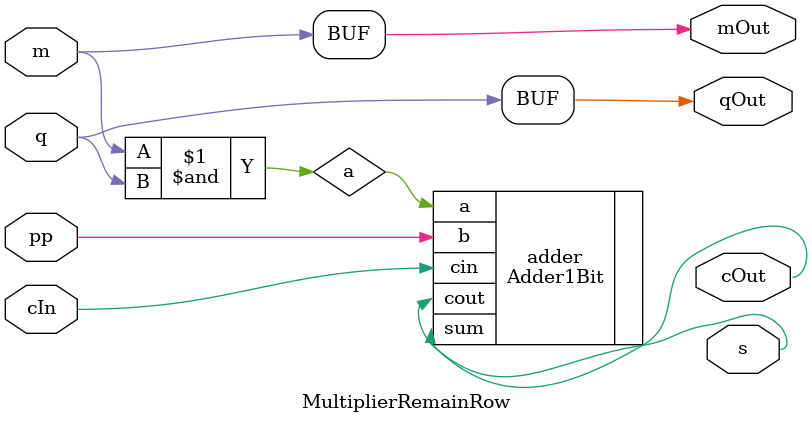
<source format=v>

module MultiplierRemainRow (
    input  pp,
    input  m,
    input  q,
    input  cIn,
    
    output qOut,
    output cOut,
    output mOut,
    output s
);
wire a;//a可以改


assign mOut = m;
assign qOut = q;

and(a,m,q);

Adder1Bit adder (//adder是名字可以改
        .cin (cIn),
        .a   (a),
        .b   (pp),
        .sum (s),
        .cout(cOut)
);



endmodule

</source>
